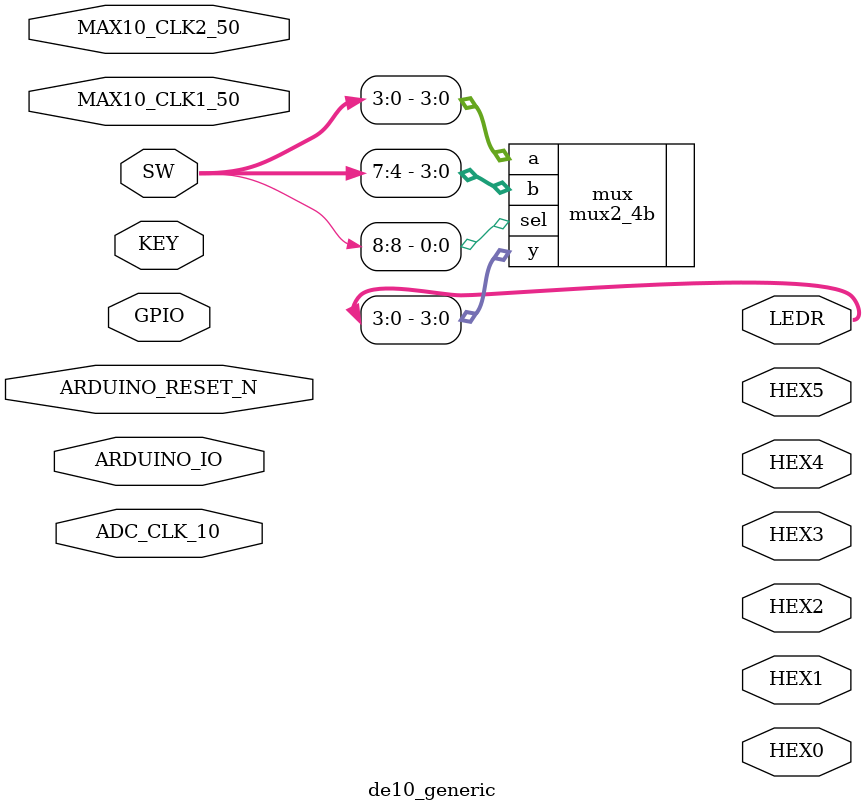
<source format=v>


module de10_generic(

	//////////// CLOCK //////////
	input 		          		ADC_CLK_10,
	input 		          		MAX10_CLK1_50,
	input 		          		MAX10_CLK2_50,

	//////////// SEG7 //////////
	output		     [7:0]		HEX0,
	output		     [7:0]		HEX1,
	output		     [7:0]		HEX2,
	output		     [7:0]		HEX3,
	output		     [7:0]		HEX4,
	output		     [7:0]		HEX5,

	//////////// KEY //////////
	input 		     [1:0]		KEY,

	//////////// LED //////////
	output		     [9:0]		LEDR,

	//////////// SW //////////
	input 		     [9:0]		SW,

	//////////// Arduino //////////
	inout 		    [15:0]		ARDUINO_IO,
	inout 		          		ARDUINO_RESET_N,

	//////////// GPIO, GPIO connect to GPIO Default //////////
	inout 		    [35:0]		GPIO
);

mux2_4b mux(.a(SW[3:0]),.b(SW[7:4]),.sel(SW[8]),.y(LEDR[3:0]));

//=======================================================
//  REG/WIRE declarations
//=======================================================




//=======================================================
//  Structural coding
//=======================================================



endmodule

</source>
